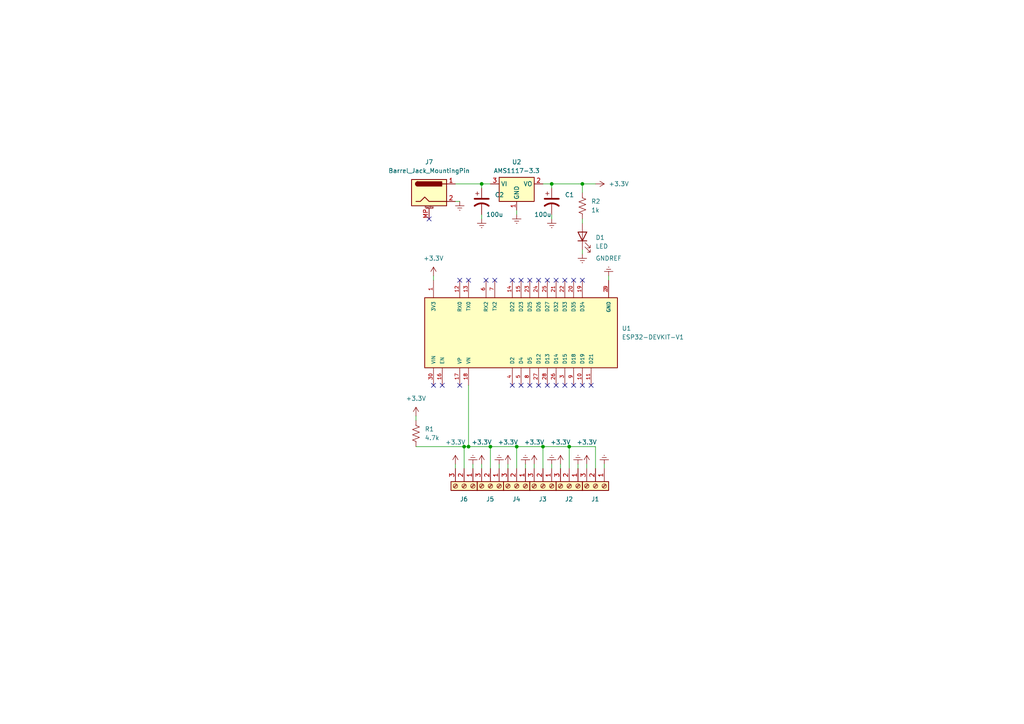
<source format=kicad_sch>
(kicad_sch (version 20230121) (generator eeschema)
  (paper "A4")
  (lib_symbols
    (symbol "Connector:Barrel_Jack_MountingPin" (pin_names hide)
      (property "Reference" "J" (at 0 5.334 0))
      (property "Value" "Barrel_Jack_MountingPin" (at 1.27 -6.35 0))
      (symbol "Barrel_Jack_MountingPin_0_1"
        (rectangle (start -5.08 3.81) (end 5.08 -3.81) (stroke (width 0.254)) (fill (type background)))
        (arc (start -3.302 3.175) (mid -3.9343 2.54) (end -3.302 1.905) (stroke (width 0.254)))
        (arc (start -3.302 3.175) (mid -3.9343 2.54) (end -3.302 1.905) (stroke (width 0.254)) (fill (type outline)))
        (polyline (pts (xy 5.08 2.54) (xy 3.81 2.54)) (stroke (width 0.254)))
        (polyline (pts (xy -3.81 -2.54) (xy -2.54 -2.54) (xy -1.27 -1.27) (xy 0 -2.54) (xy 2.54 -2.54) (xy 5.08 -2.54)) (stroke (width 0.254)))
        (rectangle (start 3.683 3.175) (end -3.302 1.905) (stroke (width 0.254)) (fill (type outline)))
      )
      (symbol "Barrel_Jack_MountingPin_1_1"
        (polyline (pts (xy -1.016 -4.572) (xy 1.016 -4.572)) (stroke (width 0.1524)))
        (text "Mounting" (at 0 -4.191 0) (effects (font (size 0.381 0.381))))
        (pin passive line (at 7.62 2.54 180) (length 2.54) (name "~") (number "1"))
        (pin passive line (at 7.62 -2.54 180) (length 2.54) (name "~") (number "2"))
        (pin passive line (at 0 -7.62 90) (length 3.048) (name "MountPin") (number "MP"))
      )
    )
    (symbol "Connector:Screw_Terminal_01x03" (pin_names (offset 1.016) hide)
      (property "Reference" "J" (at 0 5.08 0))
      (property "Value" "Screw_Terminal_01x03" (at 0 -5.08 0))
      (symbol "Screw_Terminal_01x03_1_1"
        (rectangle (start -1.27 3.81) (end 1.27 -3.81) (stroke (width 0.254)) (fill (type background)))
        (circle (center 0 -2.54) (radius 0.635) (stroke (width 0.1524)))
        (polyline (pts (xy -0.5334 -2.2098) (xy 0.3302 -3.048)) (stroke (width 0.1524)))
        (polyline (pts (xy -0.5334 0.3302) (xy 0.3302 -0.508)) (stroke (width 0.1524)))
        (polyline (pts (xy -0.5334 2.8702) (xy 0.3302 2.032)) (stroke (width 0.1524)))
        (polyline (pts (xy -0.3556 -2.032) (xy 0.508 -2.8702)) (stroke (width 0.1524)))
        (polyline (pts (xy -0.3556 0.508) (xy 0.508 -0.3302)) (stroke (width 0.1524)))
        (polyline (pts (xy -0.3556 3.048) (xy 0.508 2.2098)) (stroke (width 0.1524)))
        (circle (center 0 0) (radius 0.635) (stroke (width 0.1524)))
        (circle (center 0 2.54) (radius 0.635) (stroke (width 0.1524)))
        (pin passive line (at -5.08 2.54 0) (length 3.81) (name "Pin_1") (number "1"))
        (pin passive line (at -5.08 0 0) (length 3.81) (name "Pin_2") (number "2"))
        (pin passive line (at -5.08 -2.54 0) (length 3.81) (name "Pin_3") (number "3"))
      )
    )
    (symbol "Device:C_Polarized_US" (pin_numbers hide) (pin_names (offset 0.254) hide)
      (property "Reference" "C" (at 0.635 2.54 0))
      (property "Value" "C_Polarized_US" (at 0.635 -2.54 0))
      (symbol "C_Polarized_US_0_1"
        (polyline (pts (xy -2.032 0.762) (xy 2.032 0.762)) (stroke (width 0.508)))
        (polyline (pts (xy -1.778 2.286) (xy -0.762 2.286)))
        (polyline (pts (xy -1.27 1.778) (xy -1.27 2.794)))
        (arc (start 2.032 -1.27) (mid 0 -0.5572) (end -2.032 -1.27) (stroke (width 0.508)))
      )
      (symbol "C_Polarized_US_1_1"
        (pin passive line (at 0 3.81 270) (length 2.794) (name "~") (number "1"))
        (pin passive line (at 0 -3.81 90) (length 3.302) (name "~") (number "2"))
      )
    )
    (symbol "Device:LED" (pin_numbers hide) (pin_names (offset 1.016) hide)
      (property "Reference" "D" (at 0 2.54 0))
      (property "Value" "LED" (at 0 -2.54 0))
      (symbol "LED_0_1"
        (polyline (pts (xy -1.27 -1.27) (xy -1.27 1.27)) (stroke (width 0.254)))
        (polyline (pts (xy -1.27 0) (xy 1.27 0)))
        (polyline (pts (xy 1.27 -1.27) (xy 1.27 1.27) (xy -1.27 0) (xy 1.27 -1.27)) (stroke (width 0.254)))
        (polyline (pts (xy -3.048 -0.762) (xy -4.572 -2.286) (xy -3.81 -2.286) (xy -4.572 -2.286) (xy -4.572 -1.524)))
        (polyline (pts (xy -1.778 -0.762) (xy -3.302 -2.286) (xy -2.54 -2.286) (xy -3.302 -2.286) (xy -3.302 -1.524)))
      )
      (symbol "LED_1_1"
        (pin passive line (at -3.81 0 0) (length 2.54) (name "K") (number "1"))
        (pin passive line (at 3.81 0 180) (length 2.54) (name "A") (number "2"))
      )
    )
    (symbol "Device:R_US" (pin_numbers hide) (pin_names (offset 0))
      (property "Reference" "R" (at 2.54 0 90))
      (property "Value" "R_US" (at -2.54 0 90))
      (symbol "R_US_0_1"
        (polyline (pts (xy 0 -2.286) (xy 0 -2.54)))
        (polyline (pts (xy 0 2.286) (xy 0 2.54)))
        (polyline (pts (xy 0 -0.762) (xy 1.016 -1.143) (xy 0 -1.524) (xy -1.016 -1.905) (xy 0 -2.286)))
        (polyline (pts (xy 0 0.762) (xy 1.016 0.381) (xy 0 0) (xy -1.016 -0.381) (xy 0 -0.762)))
        (polyline (pts (xy 0 2.286) (xy 1.016 1.905) (xy 0 1.524) (xy -1.016 1.143) (xy 0 0.762)))
      )
      (symbol "R_US_1_1"
        (pin passive line (at 0 3.81 270) (length 1.27) (name "~") (number "1"))
        (pin passive line (at 0 -3.81 90) (length 1.27) (name "~") (number "2"))
      )
    )
    (symbol "ESP32-DEVKIT-V1:ESP32-DEVKIT-V1" (pin_names (offset 1.016))
      (property "Reference" "U" (at -10.16 30.48 0))
      (property "Value" "ESP32-DEVKIT-V1" (at -10.16 -30.48 0))
      (symbol "ESP32-DEVKIT-V1_0_0"
        (rectangle (start -10.16 -27.94) (end 10.16 27.94) (stroke (width 0.254)) (fill (type background)))
        (pin output line (at 15.24 25.4 180) (length 5.08) (name "3V3") (number "1"))
        (pin bidirectional line (at -15.24 -17.78 0) (length 5.08) (name "D19") (number "10"))
        (pin bidirectional line (at -15.24 -20.32 0) (length 5.08) (name "D21") (number "11"))
        (pin input line (at 15.24 17.78 180) (length 5.08) (name "RX0") (number "12"))
        (pin output line (at 15.24 15.24 180) (length 5.08) (name "TX0") (number "13"))
        (pin bidirectional line (at 15.24 2.54 180) (length 5.08) (name "D22") (number "14"))
        (pin bidirectional line (at 15.24 0 180) (length 5.08) (name "D23") (number "15"))
        (pin input line (at -15.24 22.86 0) (length 5.08) (name "EN") (number "16"))
        (pin bidirectional line (at -15.24 17.78 0) (length 5.08) (name "VP") (number "17"))
        (pin bidirectional line (at -15.24 15.24 0) (length 5.08) (name "VN") (number "18"))
        (pin bidirectional line (at 15.24 -17.78 180) (length 5.08) (name "D34") (number "19"))
        (pin power_in line (at 15.24 -25.4 180) (length 5.08) (name "GND") (number "2"))
        (pin bidirectional line (at 15.24 -15.24 180) (length 5.08) (name "D35") (number "20"))
        (pin bidirectional line (at 15.24 -10.16 180) (length 5.08) (name "D32") (number "21"))
        (pin bidirectional line (at 15.24 -12.7 180) (length 5.08) (name "D33") (number "22"))
        (pin bidirectional line (at 15.24 -2.54 180) (length 5.08) (name "D25") (number "23"))
        (pin bidirectional line (at 15.24 -5.08 180) (length 5.08) (name "D26") (number "24"))
        (pin bidirectional line (at 15.24 -7.62 180) (length 5.08) (name "D27") (number "25"))
        (pin bidirectional line (at -15.24 -10.16 0) (length 5.08) (name "D14") (number "26"))
        (pin bidirectional line (at -15.24 -5.08 0) (length 5.08) (name "D12") (number "27"))
        (pin bidirectional line (at -15.24 -7.62 0) (length 5.08) (name "D13") (number "28"))
        (pin power_in line (at 15.24 -25.4 180) (length 5.08) (name "GND") (number "29"))
        (pin bidirectional line (at -15.24 -12.7 0) (length 5.08) (name "D15") (number "3"))
        (pin input line (at -15.24 25.4 0) (length 5.08) (name "VIN") (number "30"))
        (pin bidirectional line (at -15.24 2.54 0) (length 5.08) (name "D2") (number "4"))
        (pin bidirectional line (at -15.24 0 0) (length 5.08) (name "D4") (number "5"))
        (pin input line (at 15.24 10.16 180) (length 5.08) (name "RX2") (number "6"))
        (pin output line (at 15.24 7.62 180) (length 5.08) (name "TX2") (number "7"))
        (pin bidirectional line (at -15.24 -2.54 0) (length 5.08) (name "D5") (number "8"))
        (pin bidirectional line (at -15.24 -15.24 0) (length 5.08) (name "D18") (number "9"))
      )
    )
    (symbol "Regulator_Linear:AMS1117-3.3"
      (property "Reference" "U" (at -3.81 3.175 0))
      (property "Value" "AMS1117-3.3" (at 0 3.175 0))
      (symbol "AMS1117-3.3_0_1"
        (rectangle (start -5.08 -5.08) (end 5.08 1.905) (stroke (width 0.254)) (fill (type background)))
      )
      (symbol "AMS1117-3.3_1_1"
        (pin power_in line (at 0 -7.62 90) (length 2.54) (name "GND") (number "1"))
        (pin power_out line (at 7.62 0 180) (length 2.54) (name "VO") (number "2"))
        (pin power_in line (at -7.62 0 0) (length 2.54) (name "VI") (number "3"))
      )
    )
    (symbol "power:+3.3V" (power) (pin_names (offset 0))
      (property "Value" "+3.3V" (at 0 3.556 0))
      (symbol "+3.3V_0_1"
        (polyline (pts (xy -0.762 1.27) (xy 0 2.54)))
        (polyline (pts (xy 0 0) (xy 0 2.54)))
        (polyline (pts (xy 0 2.54) (xy 0.762 1.27)))
      )
      (symbol "+3.3V_1_1"
        (pin power_in line (at 0 0 90) (length 0) hide (name "+3.3V") (number "1"))
      )
    )
    (symbol "power:GNDREF" (power) (pin_names (offset 0))
      (property "Value" "GNDREF" (at 0 -3.81 0))
      (symbol "GNDREF_0_1"
        (polyline (pts (xy -0.635 -1.905) (xy 0.635 -1.905)))
        (polyline (pts (xy -0.127 -2.54) (xy 0.127 -2.54)))
        (polyline (pts (xy 0 -1.27) (xy 0 0)))
        (polyline (pts (xy 1.27 -1.27) (xy -1.27 -1.27)))
      )
      (symbol "GNDREF_1_1"
        (pin power_in line (at 0 0 270) (length 0) hide (name "GNDREF") (number "1"))
      )
    )
  )
  (junction (at 135.89 129.54))
  (junction (at 160.02 53.34))
  (junction (at 139.7 53.34))
  (junction (at 134.62 129.54))
  (junction (at 142.24 129.54))
  (junction (at 157.48 129.54))
  (junction (at 149.86 129.54))
  (junction (at 165.1 129.54))
  (junction (at 168.91 53.34))
  (no_connect (at 135.89 81.28))
  (no_connect (at 158.75 111.76))
  (no_connect (at 124.46 63.5))
  (no_connect (at 133.35 81.28))
  (no_connect (at 151.13 81.28))
  (no_connect (at 171.45 111.76))
  (no_connect (at 133.35 111.76))
  (no_connect (at 153.67 81.28))
  (no_connect (at 151.13 111.76))
  (no_connect (at 128.27 111.76))
  (no_connect (at 153.67 111.76))
  (no_connect (at 148.59 111.76))
  (no_connect (at 161.29 81.28))
  (no_connect (at 168.91 111.76))
  (no_connect (at 125.73 111.76))
  (no_connect (at 148.59 81.28))
  (no_connect (at 163.83 81.28))
  (no_connect (at 140.97 81.28))
  (no_connect (at 163.83 111.76))
  (no_connect (at 143.51 81.28))
  (no_connect (at 156.21 111.76))
  (no_connect (at 168.91 81.28))
  (no_connect (at 166.37 81.28))
  (no_connect (at 156.21 81.28))
  (no_connect (at 158.75 81.28))
  (no_connect (at 166.37 111.76))
  (no_connect (at 161.29 111.76))
  (wire (pts (xy 160.02 53.34) (xy 160.02 54.61)))
  (wire (pts (xy 120.65 129.54) (xy 134.62 129.54)))
  (wire (pts (xy 172.72 129.54) (xy 172.72 135.89)))
  (wire (pts (xy 167.64 134.62) (xy 167.64 135.89)))
  (wire (pts (xy 168.91 72.39) (xy 168.91 73.66)))
  (wire (pts (xy 134.62 129.54) (xy 134.62 135.89)))
  (wire (pts (xy 132.08 134.62) (xy 132.08 135.89)))
  (wire (pts (xy 160.02 53.34) (xy 168.91 53.34)))
  (wire (pts (xy 139.7 134.62) (xy 139.7 135.89)))
  (wire (pts (xy 134.62 129.54) (xy 135.89 129.54)))
  (wire (pts (xy 157.48 129.54) (xy 165.1 129.54)))
  (wire (pts (xy 147.32 134.62) (xy 147.32 135.89)))
  (wire (pts (xy 160.02 134.62) (xy 160.02 135.89)))
  (wire (pts (xy 144.78 134.62) (xy 144.78 135.89)))
  (wire (pts (xy 137.16 134.62) (xy 137.16 135.89)))
  (wire (pts (xy 160.02 62.23) (xy 160.02 63.5)))
  (wire (pts (xy 165.1 129.54) (xy 165.1 135.89)))
  (wire (pts (xy 149.86 60.96) (xy 149.86 62.23)))
  (wire (pts (xy 139.7 53.34) (xy 139.7 54.61)))
  (wire (pts (xy 125.73 80.01) (xy 125.73 81.28)))
  (wire (pts (xy 139.7 53.34) (xy 142.24 53.34)))
  (wire (pts (xy 132.08 58.42) (xy 133.35 58.42)))
  (wire (pts (xy 139.7 62.23) (xy 139.7 63.5)))
  (wire (pts (xy 152.4 134.62) (xy 152.4 135.89)))
  (wire (pts (xy 135.89 111.76) (xy 135.89 129.54)))
  (wire (pts (xy 176.53 80.01) (xy 176.53 81.28)))
  (wire (pts (xy 168.91 63.5) (xy 168.91 64.77)))
  (wire (pts (xy 157.48 129.54) (xy 157.48 135.89)))
  (wire (pts (xy 142.24 129.54) (xy 149.86 129.54)))
  (wire (pts (xy 168.91 53.34) (xy 168.91 55.88)))
  (wire (pts (xy 142.24 129.54) (xy 142.24 135.89)))
  (wire (pts (xy 162.56 134.62) (xy 162.56 135.89)))
  (wire (pts (xy 165.1 129.54) (xy 172.72 129.54)))
  (wire (pts (xy 149.86 129.54) (xy 157.48 129.54)))
  (wire (pts (xy 135.89 129.54) (xy 142.24 129.54)))
  (wire (pts (xy 120.65 120.65) (xy 120.65 121.92)))
  (wire (pts (xy 168.91 53.34) (xy 172.72 53.34)))
  (wire (pts (xy 149.86 129.54) (xy 149.86 135.89)))
  (wire (pts (xy 175.26 134.62) (xy 175.26 135.89)))
  (wire (pts (xy 157.48 53.34) (xy 160.02 53.34)))
  (wire (pts (xy 132.08 53.34) (xy 139.7 53.34)))
  (wire (pts (xy 154.94 134.62) (xy 154.94 135.89)))
  (wire (pts (xy 170.18 134.62) (xy 170.18 135.89)))
  (symbol (lib_id "power:GNDREF") (at 137.16 134.62 180) (unit 1)
    (property "Reference" "#PWR02" (effects hide))
    (property "Value" "GNDREF" (effects hide))
  )
  (symbol (lib_id "power:+3.3V") (at 172.72 53.34 270) (unit 1)
    (property "Reference" "#PWR017" (effects hide))
    (property "Value" "+3.3V" (at 176.53 53.34 90) (effects (justify left)))
  )
  (symbol (lib_id "Connector:Screw_Terminal_01x03") (at 142.24 140.97 270) (unit 1)
    (property "Reference" "J5" (at 140.97 144.78 90) (effects (justify left)))
    (property "Value" "Screw_Terminal_01x03" (effects hide))
    (property "Footprint" "TerminalBlock_4Ucon:TerminalBlock_4Ucon_1x03_P3.50mm_Horizontal" (effects hide))
  )
  (symbol (lib_id "power:+3.3V") (at 139.7 134.62 0) (unit 1)
    (property "Reference" "#PWR011" (effects hide))
    (property "Value" "+3.3V" (at 139.7 128.27 0))
  )
  (symbol (lib_id "power:+3.3V") (at 120.65 120.65 0) (unit 1)
    (property "Reference" "#PWR09" (effects hide))
    (property "Value" "+3.3V" (at 120.65 115.57 0))
  )
  (symbol (lib_id "power:GNDREF") (at 139.7 63.5 0) (unit 1)
    (property "Reference" "#PWR019" (effects hide))
    (property "Value" "GNDREF" (effects hide))
  )
  (symbol (lib_id "power:GNDREF") (at 160.02 63.5 0) (unit 1)
    (property "Reference" "#PWR018" (effects hide))
    (property "Value" "GNDREF" (effects hide))
  )
  (symbol (lib_id "power:GNDREF") (at 149.86 62.23 0) (unit 1)
    (property "Reference" "#PWR016" (effects hide))
    (property "Value" "GNDREF" (effects hide))
  )
  (symbol (lib_id "Connector:Screw_Terminal_01x03") (at 157.48 140.97 270) (unit 1)
    (property "Reference" "J3" (at 156.21 144.78 90) (effects (justify left)))
    (property "Value" "Screw_Terminal_01x03" (effects hide))
    (property "Footprint" "TerminalBlock_4Ucon:TerminalBlock_4Ucon_1x03_P3.50mm_Horizontal" (effects hide))
  )
  (symbol (lib_id "power:+3.3V") (at 162.56 134.62 0) (unit 1)
    (property "Reference" "#PWR014" (effects hide))
    (property "Value" "+3.3V" (at 162.56 128.27 0))
  )
  (symbol (lib_id "power:+3.3V") (at 170.18 134.62 0) (unit 1)
    (property "Reference" "#PWR015" (effects hide))
    (property "Value" "+3.3V" (at 170.18 128.27 0))
  )
  (symbol (lib_id "power:GNDREF") (at 133.35 58.42 0) (unit 1)
    (property "Reference" "#PWR020" (effects hide))
    (property "Value" "GNDREF" (effects hide))
  )
  (symbol (lib_id "power:GNDREF") (at 175.26 134.62 180) (unit 1)
    (property "Reference" "#PWR07" (effects hide))
    (property "Value" "GNDREF" (effects hide))
  )
  (symbol (lib_id "Device:C_Polarized_US") (at 160.02 58.42 0) (unit 1)
    (property "Reference" "C1" (at 163.83 56.515 0) (effects (justify left)))
    (property "Value" "100u" (at 154.94 62.23 0) (effects (justify left)))
    (property "Footprint" "Capacitor_THT:CP_Radial_D4.0mm_P1.50mm" (effects hide))
  )
  (symbol (lib_id "power:GNDREF") (at 176.53 80.01 180) (unit 1)
    (property "Reference" "#PWR01" (effects hide))
    (property "Value" "GNDREF" (at 176.53 74.93 0))
  )
  (symbol (lib_id "power:GNDREF") (at 144.78 134.62 180) (unit 1)
    (property "Reference" "#PWR03" (effects hide))
    (property "Value" "GNDREF" (effects hide))
  )
  (symbol (lib_id "Regulator_Linear:AMS1117-3.3") (at 149.86 53.34 0) (unit 1)
    (property "Reference" "U2" (at 149.86 46.99 0))
    (property "Value" "AMS1117-3.3" (at 149.86 49.53 0))
    (property "Footprint" "Package_TO_SOT_SMD:SOT-223-3_TabPin2" (effects hide))
    (property "Datasheet" "http://www.advanced-monolithic.com/pdf/ds1117.pdf" (effects hide))
  )
  (symbol (lib_id "Connector:Screw_Terminal_01x03") (at 149.86 140.97 270) (unit 1)
    (property "Reference" "J4" (at 148.59 144.78 90) (effects (justify left)))
    (property "Value" "Screw_Terminal_01x03" (effects hide))
    (property "Footprint" "TerminalBlock_4Ucon:TerminalBlock_4Ucon_1x03_P3.50mm_Horizontal" (effects hide))
  )
  (symbol (lib_id "Connector:Barrel_Jack_MountingPin") (at 124.46 55.88 0) (unit 1)
    (property "Reference" "J7" (at 124.46 46.99 0))
    (property "Value" "Barrel_Jack_MountingPin" (at 124.46 49.53 0))
    (property "Footprint" "Connector_BarrelJack:BarrelJack_Horizontal" (effects hide))
  )
  (symbol (lib_id "Device:R_US") (at 168.91 59.69 0) (unit 1)
    (property "Reference" "R2" (at 171.45 58.42 0) (effects (justify left)))
    (property "Value" "1k" (at 171.45 60.96 0) (effects (justify left)))
    (property "Footprint" "Resistor_SMD:R_0402_1005Metric" (effects hide))
  )
  (symbol (lib_id "Device:C_Polarized_US") (at 139.7 58.42 0) (unit 1)
    (property "Reference" "C2" (at 143.51 56.515 0) (effects (justify left)))
    (property "Value" "100u" (at 140.97 62.23 0) (effects (justify left)))
    (property "Footprint" "Capacitor_THT:CP_Radial_D4.0mm_P1.50mm" (effects hide))
  )
  (symbol (lib_id "ESP32-DEVKIT-V1:ESP32-DEVKIT-V1") (at 151.13 96.52 90) (unit 1)
    (property "Reference" "U1" (at 180.34 95.25 90) (effects (justify right)))
    (property "Value" "ESP32-DEVKIT-V1" (at 180.34 97.79 90) (effects (justify right)))
    (property "Footprint" "ESP32-DEVKIT-V1:MODULE_ESP32_DEVKIT_V1" (effects hide))
    (property "MF" "Do it" (effects hide))
    (property "MAXIMUM_PACKAGE_HEIGHT" "6.8 mm" (effects hide))
    (property "Package" "None" (effects hide))
    (property "Price" "None" (effects hide))
    (property "Check_prices" "https://www.snapeda.com/parts/ESP32-DEVKIT-V1/Do+it/view-part/?ref=eda" (effects hide))
    (property "STANDARD" "Manufacturer Recommendations" (effects hide))
    (property "PARTREV" "N/A" (effects hide))
    (property "SnapEDA_Link" "https://www.snapeda.com/parts/ESP32-DEVKIT-V1/Do+it/view-part/?ref=snap" (effects hide))
    (property "MP" "ESP32-DEVKIT-V1" (effects hide))
    (property "Description" "\nDual core, Wi-Fi: 2.4 GHz up to 150 Mbits/s,BLE (Bluetooth Low Energy) and legacy Bluetooth, 32 bits, Up to 240 MHz\n" (effects hide))
    (property "Availability" "Not in stock" (effects hide))
    (property "MANUFACTURER" "DOIT" (effects hide))
  )
  (symbol (lib_id "power:+3.3V") (at 125.73 80.01 0) (unit 1)
    (property "Reference" "#PWR08" (effects hide))
    (property "Value" "+3.3V" (at 125.73 74.93 0))
  )
  (symbol (lib_id "power:+3.3V") (at 147.32 134.62 0) (unit 1)
    (property "Reference" "#PWR012" (effects hide))
    (property "Value" "+3.3V" (at 147.32 128.27 0))
  )
  (symbol (lib_id "power:GNDREF") (at 152.4 134.62 180) (unit 1)
    (property "Reference" "#PWR04" (effects hide))
    (property "Value" "GNDREF" (effects hide))
  )
  (symbol (lib_id "Connector:Screw_Terminal_01x03") (at 172.72 140.97 270) (unit 1)
    (property "Reference" "J1" (at 171.45 144.78 90) (effects (justify left)))
    (property "Value" "Screw_Terminal_01x03" (effects hide))
    (property "Footprint" "TerminalBlock_4Ucon:TerminalBlock_4Ucon_1x03_P3.50mm_Horizontal" (effects hide))
  )
  (symbol (lib_id "power:GNDREF") (at 167.64 134.62 180) (unit 1)
    (property "Reference" "#PWR06" (effects hide))
    (property "Value" "GNDREF" (effects hide))
  )
  (symbol (lib_id "Connector:Screw_Terminal_01x03") (at 134.62 140.97 270) (unit 1)
    (property "Reference" "J6" (at 133.35 144.78 90) (effects (justify left)))
    (property "Value" "Screw_Terminal_01x03" (effects hide))
    (property "Footprint" "TerminalBlock_4Ucon:TerminalBlock_4Ucon_1x03_P3.50mm_Horizontal" (effects hide))
  )
  (symbol (lib_id "Connector:Screw_Terminal_01x03") (at 165.1 140.97 270) (unit 1)
    (property "Reference" "J2" (at 163.83 144.78 90) (effects (justify left)))
    (property "Value" "Screw_Terminal_01x03" (effects hide))
    (property "Footprint" "TerminalBlock_4Ucon:TerminalBlock_4Ucon_1x03_P3.50mm_Horizontal" (effects hide))
  )
  (symbol (lib_id "power:+3.3V") (at 132.08 134.62 0) (unit 1)
    (property "Reference" "#PWR010" (effects hide))
    (property "Value" "+3.3V" (at 132.08 128.27 0))
  )
  (symbol (lib_id "power:+3.3V") (at 154.94 134.62 0) (unit 1)
    (property "Reference" "#PWR013" (effects hide))
    (property "Value" "+3.3V" (at 154.94 128.27 0))
  )
  (symbol (lib_id "power:GNDREF") (at 168.91 73.66 0) (unit 1)
    (property "Reference" "#PWR021" (effects hide))
    (property "Value" "GNDREF" (effects hide))
  )
  (symbol (lib_id "Device:LED") (at 168.91 68.58 90) (unit 1)
    (property "Reference" "D1" (at 172.72 68.8975 90) (effects (justify right)))
    (property "Value" "LED" (at 172.72 71.4375 90) (effects (justify right)))
    (property "Footprint" "LED_SMD:LED_1206_3216Metric" (effects hide))
  )
  (symbol (lib_id "Device:R_US") (at 120.65 125.73 0) (unit 1)
    (property "Reference" "R1" (at 123.19 124.46 0) (effects (justify left)))
    (property "Value" "4.7k" (at 123.19 127 0) (effects (justify left)))
    (property "Footprint" "Resistor_SMD:R_0402_1005Metric" (effects hide))
  )
  (symbol (lib_id "power:GNDREF") (at 160.02 134.62 180) (unit 1)
    (property "Reference" "#PWR05" (effects hide))
    (property "Value" "GNDREF" (effects hide))
  )
)
</source>
